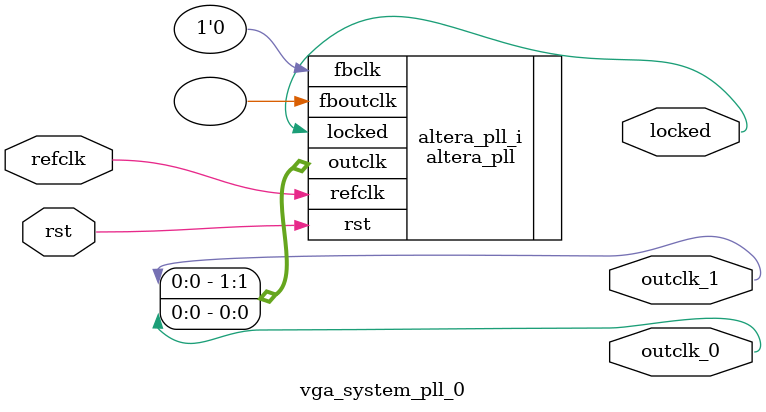
<source format=v>
`timescale 1ns/10ps
module  vga_system_pll_0(

	// interface 'refclk'
	input wire refclk,

	// interface 'reset'
	input wire rst,

	// interface 'outclk0'
	output wire outclk_0,

	// interface 'outclk1'
	output wire outclk_1,

	// interface 'locked'
	output wire locked
);

	altera_pll #(
		.fractional_vco_multiplier("false"),
		.reference_clock_frequency("50.0 MHz"),
		.operation_mode("direct"),
		.number_of_clocks(2),
		.output_clock_frequency0("50.000000 MHz"),
		.phase_shift0("0 ps"),
		.duty_cycle0(50),
		.output_clock_frequency1("50.000000 MHz"),
		.phase_shift1("-3000 ps"),
		.duty_cycle1(50),
		.output_clock_frequency2("0 MHz"),
		.phase_shift2("0 ps"),
		.duty_cycle2(50),
		.output_clock_frequency3("0 MHz"),
		.phase_shift3("0 ps"),
		.duty_cycle3(50),
		.output_clock_frequency4("0 MHz"),
		.phase_shift4("0 ps"),
		.duty_cycle4(50),
		.output_clock_frequency5("0 MHz"),
		.phase_shift5("0 ps"),
		.duty_cycle5(50),
		.output_clock_frequency6("0 MHz"),
		.phase_shift6("0 ps"),
		.duty_cycle6(50),
		.output_clock_frequency7("0 MHz"),
		.phase_shift7("0 ps"),
		.duty_cycle7(50),
		.output_clock_frequency8("0 MHz"),
		.phase_shift8("0 ps"),
		.duty_cycle8(50),
		.output_clock_frequency9("0 MHz"),
		.phase_shift9("0 ps"),
		.duty_cycle9(50),
		.output_clock_frequency10("0 MHz"),
		.phase_shift10("0 ps"),
		.duty_cycle10(50),
		.output_clock_frequency11("0 MHz"),
		.phase_shift11("0 ps"),
		.duty_cycle11(50),
		.output_clock_frequency12("0 MHz"),
		.phase_shift12("0 ps"),
		.duty_cycle12(50),
		.output_clock_frequency13("0 MHz"),
		.phase_shift13("0 ps"),
		.duty_cycle13(50),
		.output_clock_frequency14("0 MHz"),
		.phase_shift14("0 ps"),
		.duty_cycle14(50),
		.output_clock_frequency15("0 MHz"),
		.phase_shift15("0 ps"),
		.duty_cycle15(50),
		.output_clock_frequency16("0 MHz"),
		.phase_shift16("0 ps"),
		.duty_cycle16(50),
		.output_clock_frequency17("0 MHz"),
		.phase_shift17("0 ps"),
		.duty_cycle17(50),
		.pll_type("General"),
		.pll_subtype("General")
	) altera_pll_i (
		.rst	(rst),
		.outclk	({outclk_1, outclk_0}),
		.locked	(locked),
		.fboutclk	( ),
		.fbclk	(1'b0),
		.refclk	(refclk)
	);
endmodule


</source>
